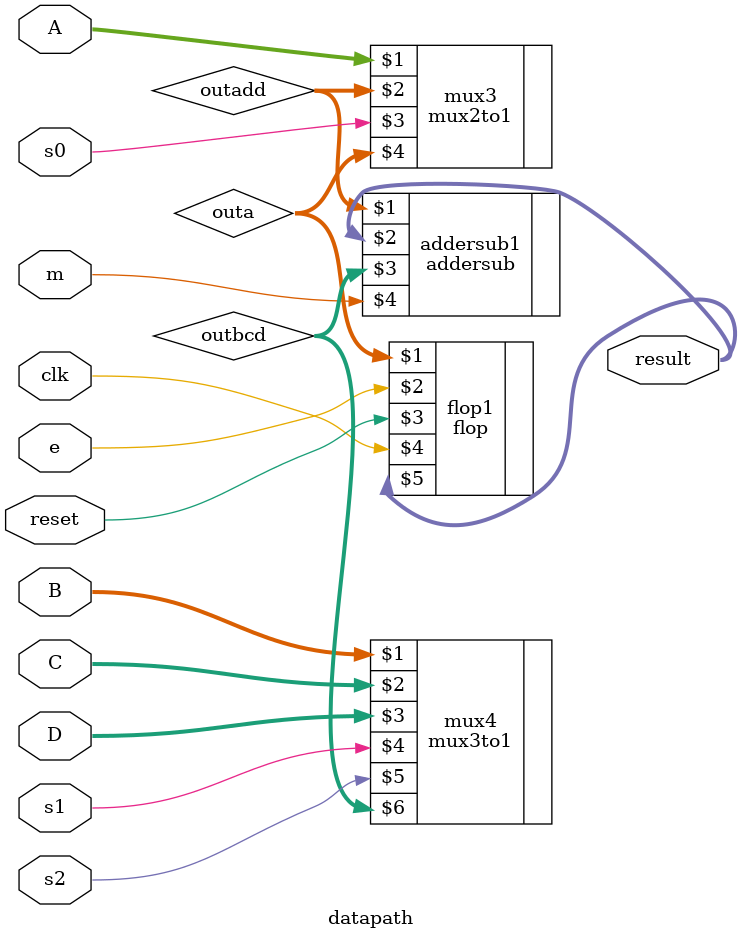
<source format=v>
`include "addersub.v"
`include "mux3to1.v"
`include "mux2to1.v"
`include "flop.v"
module datapath
(
  input reset, clk, m, s0, s1, s2, e,
  input [7:0] A, B, C, D,
  output [7:0] result
);
wire  [7:0] v, outbcd, outadd, outa;

mux2to1 mux3(A, outadd, s0, outa);
mux3to1 mux4( B, C, D, s1, s2, outbcd);
addersub addersub1( outadd, result, outbcd, m);
flop flop1(outa, e, reset, clk, result);
endmodule

</source>
